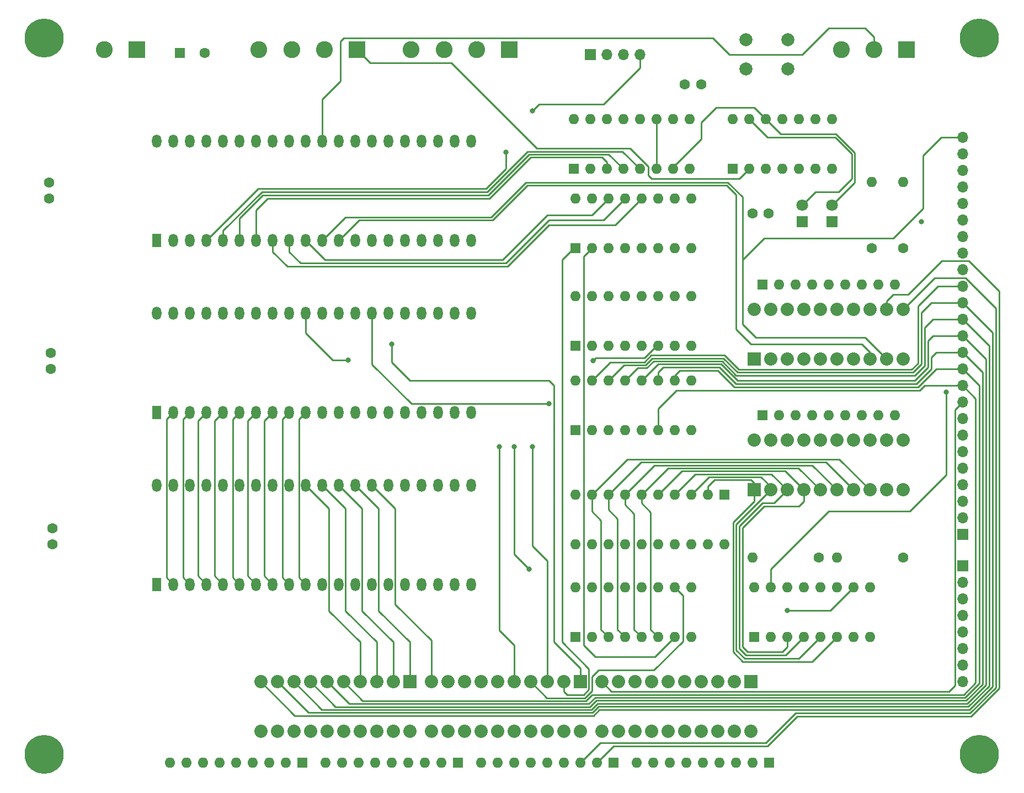
<source format=gbr>
%TF.GenerationSoftware,KiCad,Pcbnew,(5.1.9-0-10_14)*%
%TF.CreationDate,2021-06-20T20:55:53-04:00*%
%TF.ProjectId,control,636f6e74-726f-46c2-9e6b-696361645f70,rev?*%
%TF.SameCoordinates,Original*%
%TF.FileFunction,Copper,L2,Inr*%
%TF.FilePolarity,Positive*%
%FSLAX46Y46*%
G04 Gerber Fmt 4.6, Leading zero omitted, Abs format (unit mm)*
G04 Created by KiCad (PCBNEW (5.1.9-0-10_14)) date 2021-06-20 20:55:53*
%MOMM*%
%LPD*%
G01*
G04 APERTURE LIST*
%TA.AperFunction,ComponentPad*%
%ADD10C,1.600000*%
%TD*%
%TA.AperFunction,ComponentPad*%
%ADD11C,2.600000*%
%TD*%
%TA.AperFunction,ComponentPad*%
%ADD12R,2.600000X2.600000*%
%TD*%
%TA.AperFunction,ComponentPad*%
%ADD13O,1.700000X1.700000*%
%TD*%
%TA.AperFunction,ComponentPad*%
%ADD14R,1.700000X1.700000*%
%TD*%
%TA.AperFunction,ComponentPad*%
%ADD15C,6.000000*%
%TD*%
%TA.AperFunction,ComponentPad*%
%ADD16C,0.800000*%
%TD*%
%TA.AperFunction,ComponentPad*%
%ADD17C,2.032000*%
%TD*%
%TA.AperFunction,ComponentPad*%
%ADD18R,2.032000X2.032000*%
%TD*%
%TA.AperFunction,ComponentPad*%
%ADD19R,1.600000X1.600000*%
%TD*%
%TA.AperFunction,ComponentPad*%
%ADD20O,1.600000X1.600000*%
%TD*%
%TA.AperFunction,ComponentPad*%
%ADD21C,2.000000*%
%TD*%
%TA.AperFunction,ComponentPad*%
%ADD22O,1.440000X2.000000*%
%TD*%
%TA.AperFunction,ComponentPad*%
%ADD23R,1.440000X2.000000*%
%TD*%
%TA.AperFunction,ComponentPad*%
%ADD24C,1.800000*%
%TD*%
%TA.AperFunction,ComponentPad*%
%ADD25R,1.800000X1.800000*%
%TD*%
%TA.AperFunction,ViaPad*%
%ADD26C,0.800000*%
%TD*%
%TA.AperFunction,Conductor*%
%ADD27C,0.250000*%
%TD*%
G04 APERTURE END LIST*
D10*
%TO.N,GND*%
%TO.C,C6*%
X123668400Y-42824600D03*
%TO.N,VCC*%
X126168400Y-42824600D03*
%TD*%
%TO.N,GND*%
%TO.C,C2*%
X136542400Y-62636600D03*
%TO.N,VCC*%
X134042400Y-62636600D03*
%TD*%
D11*
%TO.N,SET_CLOCK_FREQ*%
%TO.C,J5*%
X147664400Y-37490600D03*
%TO.N,HALT*%
X152664400Y-37490600D03*
D12*
%TO.N,CLOCK_IN*%
X157664400Y-37490600D03*
%TD*%
D13*
%TO.N,JUMP*%
%TO.C,J3*%
X166300400Y-50952600D03*
%TO.N,RAM_WRITE*%
X166300400Y-53492600D03*
%TO.N,TONE_OCTAVE_2*%
X166300400Y-56032600D03*
%TO.N,TONE_OCTAVE_1*%
X166300400Y-58572600D03*
%TO.N,ALU_S0*%
X166300400Y-61112600D03*
%TO.N,ALU_S1*%
X166300400Y-63652600D03*
%TO.N,ALU_S2*%
X166300400Y-66192600D03*
%TO.N,ALU_S3*%
X166300400Y-68732600D03*
%TO.N,ALU_MODE*%
X166300400Y-71272600D03*
%TO.N,A_REGISTER_OUT*%
X166300400Y-73812600D03*
%TO.N,SCRATCH_REGISTER_OUT*%
X166300400Y-76352600D03*
%TO.N,RAM_OUT*%
X166300400Y-78892600D03*
%TO.N,INSTRUCTION_REG_OUT*%
X166300400Y-81432600D03*
%TO.N,PROGRAM_COUNTER_OUT*%
X166300400Y-83972600D03*
%TO.N,ALU_OUT*%
X166300400Y-86512600D03*
%TO.N,OUT_MUX_EN*%
X166300400Y-89052600D03*
%TO.N,A_REGISTER_IN*%
X166300400Y-91592600D03*
%TO.N,B_REGISTER_IN*%
X166300400Y-94132600D03*
%TO.N,SCRATCH_REGISTER_IN*%
X166300400Y-96672600D03*
%TO.N,MAR1_IN*%
X166300400Y-99212600D03*
%TO.N,MAR2_IN*%
X166300400Y-101752600D03*
%TO.N,RAM_IN*%
X166300400Y-104292600D03*
%TO.N,OUTPUT_REGISTER_IN*%
X166300400Y-106832600D03*
%TO.N,TONE_REGISTER_IN*%
X166300400Y-109372600D03*
D14*
%TO.N,IN_MUX_EN*%
X166300400Y-111912600D03*
%TD*%
D15*
%TO.N,N/C*%
%TO.C,REF\u002A\u002A*%
X25330400Y-35712600D03*
D16*
X27580400Y-35712600D03*
X26921390Y-37303590D03*
X25330400Y-37962600D03*
X23739410Y-37303590D03*
X23080400Y-35712600D03*
X23739410Y-34121610D03*
X25330400Y-33462600D03*
X26921390Y-34121610D03*
%TD*%
%TO.N,N/C*%
%TO.C,REF\u002A\u002A*%
X26921390Y-144103610D03*
X25330400Y-143444600D03*
X23739410Y-144103610D03*
X23080400Y-145694600D03*
X23739410Y-147285590D03*
X25330400Y-147944600D03*
X26921390Y-147285590D03*
X27580400Y-145694600D03*
D15*
X25330400Y-145694600D03*
%TD*%
%TO.N,N/C*%
%TO.C,REF\u002A\u002A*%
X168840400Y-145694600D03*
D16*
X171090400Y-145694600D03*
X170431390Y-147285590D03*
X168840400Y-147944600D03*
X167249410Y-147285590D03*
X166590400Y-145694600D03*
X167249410Y-144103610D03*
X168840400Y-143444600D03*
X170431390Y-144103610D03*
%TD*%
%TO.N,N/C*%
%TO.C,REF\u002A\u002A*%
X170431390Y-34121610D03*
X168840400Y-33462600D03*
X167249410Y-34121610D03*
X166590400Y-35712600D03*
X167249410Y-37303590D03*
X168840400Y-37962600D03*
X170431390Y-37303590D03*
X171090400Y-35712600D03*
D15*
X168840400Y-35712600D03*
%TD*%
D17*
%TO.N,Net-(BAR4-Pad20)*%
%TO.C,BAR4*%
X134296400Y-77368600D03*
%TO.N,Net-(BAR4-Pad19)*%
X136836400Y-77368600D03*
%TO.N,Net-(BAR4-Pad18)*%
X139376400Y-77368600D03*
%TO.N,Net-(BAR4-Pad17)*%
X141916400Y-77368600D03*
%TO.N,JUMP*%
X154616400Y-84988600D03*
%TO.N,Net-(BAR4-Pad10)*%
X157156400Y-84988600D03*
%TO.N,Net-(BAR4-Pad11)*%
X157156400Y-77368600D03*
%TO.N,Net-(BAR4-Pad12)*%
X154616400Y-77368600D03*
%TO.N,SET_CLOCK_FREQ*%
X152076400Y-84988600D03*
%TO.N,STEP1*%
X149536400Y-84988600D03*
%TO.N,STEP2*%
X146996400Y-84988600D03*
%TO.N,STEP3*%
X144456400Y-84988600D03*
%TO.N,Net-(BAR4-Pad16)*%
X144456400Y-77368600D03*
%TO.N,Net-(BAR4-Pad15)*%
X146996400Y-77368600D03*
%TO.N,Net-(BAR4-Pad14)*%
X149536400Y-77368600D03*
%TO.N,Net-(BAR4-Pad13)*%
X152076400Y-77368600D03*
%TO.N,FLAG1*%
X141916400Y-84988600D03*
%TO.N,FLAG2*%
X139376400Y-84988600D03*
%TO.N,FLAG3*%
X136836400Y-84988600D03*
D18*
%TO.N,FLAG4*%
X134296400Y-84988600D03*
%TD*%
D10*
%TO.N,GND*%
%TO.C,C5*%
X49958400Y-37998600D03*
D19*
%TO.N,VCC*%
X46158400Y-37998600D03*
%TD*%
D20*
%TO.N,VCC*%
%TO.C,U8*%
X106864400Y-75336600D03*
%TO.N,GND*%
X124644400Y-82956600D03*
%TO.N,TONE_REGISTER_IN*%
X109404400Y-75336600D03*
%TO.N,A_REGISTER_IN*%
X122104400Y-82956600D03*
%TO.N,RAM_IN*%
X111944400Y-75336600D03*
%TO.N,IN_MUX_EN*%
X119564400Y-82956600D03*
%TO.N,MAR2_IN*%
X114484400Y-75336600D03*
%TO.N,GND*%
X117024400Y-82956600D03*
%TO.N,MAR1_IN*%
X117024400Y-75336600D03*
%TO.N,GND*%
X114484400Y-82956600D03*
%TO.N,OUTPUT_REGISTER_IN*%
X119564400Y-75336600D03*
%TO.N,IN_MUX_02*%
X111944400Y-82956600D03*
%TO.N,SCRATCH_REGISTER_IN*%
X122104400Y-75336600D03*
%TO.N,IN_MUX_01*%
X109404400Y-82956600D03*
%TO.N,B_REGISTER_IN*%
X124644400Y-75336600D03*
D19*
%TO.N,IN_MUX_00*%
X106864400Y-82956600D03*
%TD*%
D20*
%TO.N,VCC*%
%TO.C,U7*%
X130994400Y-48158600D03*
%TO.N,GND*%
X146234400Y-55778600D03*
%TO.N,CLOCK_IN*%
X133534400Y-48158600D03*
%TO.N,N/C*%
X143694400Y-55778600D03*
%TO.N,CLOCK*%
X136074400Y-48158600D03*
%TO.N,N/C*%
X141154400Y-55778600D03*
X138614400Y-48158600D03*
X138614400Y-55778600D03*
X141154400Y-48158600D03*
X136074400Y-55778600D03*
X143694400Y-48158600D03*
%TO.N,Net-(J4-Pad1)*%
X133534400Y-55778600D03*
%TO.N,N/C*%
X146234400Y-48158600D03*
D19*
%TO.N,MASTER_RESET*%
X130994400Y-55778600D03*
%TD*%
D20*
%TO.N,VCC*%
%TO.C,U6*%
X106864400Y-88290600D03*
%TO.N,GND*%
X124644400Y-95910600D03*
%TO.N,A_REGISTER_OUT*%
X109404400Y-88290600D03*
%TO.N,Net-(U6-Pad7)*%
X122104400Y-95910600D03*
%TO.N,SCRATCH_REGISTER_OUT*%
X111944400Y-88290600D03*
%TO.N,OUT_MUX_EN*%
X119564400Y-95910600D03*
%TO.N,RAM_OUT*%
X114484400Y-88290600D03*
%TO.N,GND*%
X117024400Y-95910600D03*
%TO.N,INSTRUCTION_REG_OUT*%
X117024400Y-88290600D03*
%TO.N,GND*%
X114484400Y-95910600D03*
%TO.N,PROGRAM_COUNTER_OUT*%
X119564400Y-88290600D03*
%TO.N,OUT_MUX_02*%
X111944400Y-95910600D03*
%TO.N,ALU_OUT*%
X122104400Y-88290600D03*
%TO.N,OUT_MUX_01*%
X109404400Y-95910600D03*
%TO.N,Net-(U6-Pad9)*%
X124644400Y-88290600D03*
D19*
%TO.N,OUT_MUX_00*%
X106864400Y-95910600D03*
%TD*%
D20*
%TO.N,VCC*%
%TO.C,U5*%
X106864400Y-120040600D03*
%TO.N,GND*%
X124644400Y-127660600D03*
%TO.N,MASTER_RESET*%
X109404400Y-120040600D03*
%TO.N,CLOCK*%
X122104400Y-127660600D03*
%TO.N,BUS_00*%
X111944400Y-120040600D03*
%TO.N,INST3*%
X119564400Y-127660600D03*
%TO.N,BUS_01*%
X114484400Y-120040600D03*
%TO.N,INST2*%
X117024400Y-127660600D03*
%TO.N,BUS_02*%
X117024400Y-120040600D03*
%TO.N,INST1*%
X114484400Y-127660600D03*
%TO.N,BUS_03*%
X119564400Y-120040600D03*
%TO.N,INST0*%
X111944400Y-127660600D03*
%TO.N,INSTRUCTION_REG_IN*%
X122104400Y-120040600D03*
%TO.N,GND*%
X109404400Y-127660600D03*
%TO.N,INSTRUCTION_REG_IN*%
X124644400Y-120040600D03*
D19*
%TO.N,GND*%
X106864400Y-127660600D03*
%TD*%
D20*
%TO.N,VCC*%
%TO.C,U4*%
X134296400Y-120040600D03*
%TO.N,GND*%
X152076400Y-127660600D03*
%TO.N,MASTER_RESET*%
X136836400Y-120040600D03*
%TO.N,CLOCK*%
X149536400Y-127660600D03*
%TO.N,BUS_04*%
X139376400Y-120040600D03*
%TO.N,INST7*%
X146996400Y-127660600D03*
%TO.N,BUS_05*%
X141916400Y-120040600D03*
%TO.N,INST6*%
X144456400Y-127660600D03*
%TO.N,BUS_06*%
X144456400Y-120040600D03*
%TO.N,INST5*%
X141916400Y-127660600D03*
%TO.N,BUS_07*%
X146996400Y-120040600D03*
%TO.N,INST4*%
X139376400Y-127660600D03*
%TO.N,INSTRUCTION_REG_IN*%
X149536400Y-120040600D03*
%TO.N,GND*%
X136836400Y-127660600D03*
%TO.N,INSTRUCTION_REG_IN*%
X152076400Y-120040600D03*
D19*
%TO.N,GND*%
X134296400Y-127660600D03*
%TD*%
D20*
%TO.N,VCC*%
%TO.C,U3*%
X129724400Y-113436600D03*
%TO.N,GND*%
X106864400Y-105816600D03*
%TO.N,INSTRUCTION_REG_OUT*%
X127184400Y-113436600D03*
%TO.N,INST0*%
X109404400Y-105816600D03*
%TO.N,BUS_07*%
X124644400Y-113436600D03*
%TO.N,INST1*%
X111944400Y-105816600D03*
%TO.N,BUS_06*%
X122104400Y-113436600D03*
%TO.N,INST2*%
X114484400Y-105816600D03*
%TO.N,BUS_05*%
X119564400Y-113436600D03*
%TO.N,INST3*%
X117024400Y-105816600D03*
%TO.N,BUS_04*%
X117024400Y-113436600D03*
%TO.N,INST4*%
X119564400Y-105816600D03*
%TO.N,BUS_03*%
X114484400Y-113436600D03*
%TO.N,INST5*%
X122104400Y-105816600D03*
%TO.N,BUS_02*%
X111944400Y-113436600D03*
%TO.N,INST6*%
X124644400Y-105816600D03*
%TO.N,BUS_01*%
X109404400Y-113436600D03*
%TO.N,INST7*%
X127184400Y-105816600D03*
%TO.N,BUS_00*%
X106864400Y-113436600D03*
D19*
%TO.N,VCC*%
X129724400Y-105816600D03*
%TD*%
D20*
%TO.N,VCC*%
%TO.C,U2*%
X106610400Y-48158600D03*
%TO.N,GND*%
X124390400Y-55778600D03*
%TO.N,MASTER_RESET*%
X109150400Y-48158600D03*
%TO.N,CLOCK*%
X121850400Y-55778600D03*
%TO.N,CF*%
X111690400Y-48158600D03*
%TO.N,FLAG4*%
X119310400Y-55778600D03*
%TO.N,GT*%
X114230400Y-48158600D03*
%TO.N,FLAG3*%
X116770400Y-55778600D03*
%TO.N,EQ*%
X116770400Y-48158600D03*
%TO.N,FLAG2*%
X114230400Y-55778600D03*
%TO.N,FLAG4*%
X119310400Y-48158600D03*
%TO.N,FLAG1*%
X111690400Y-55778600D03*
%TO.N,FLAG_IN*%
X121850400Y-48158600D03*
%TO.N,GND*%
X109150400Y-55778600D03*
%TO.N,FLAG_IN*%
X124390400Y-48158600D03*
D19*
%TO.N,GND*%
X106610400Y-55778600D03*
%TD*%
D20*
%TO.N,VCC*%
%TO.C,U1*%
X106864400Y-60350600D03*
%TO.N,GND*%
X124644400Y-67970600D03*
%TO.N,Net-(U1-Pad15)*%
X109404400Y-60350600D03*
%TO.N,GND*%
X122104400Y-67970600D03*
%TO.N,STEP1*%
X111944400Y-60350600D03*
%TO.N,Net-(U1-Pad6)*%
X119564400Y-67970600D03*
%TO.N,STEP2*%
X114484400Y-60350600D03*
%TO.N,Net-(U1-Pad5)*%
X117024400Y-67970600D03*
%TO.N,STEP3*%
X117024400Y-60350600D03*
%TO.N,Net-(U1-Pad4)*%
X114484400Y-67970600D03*
%TO.N,Net-(U1-Pad11)*%
X119564400Y-60350600D03*
%TO.N,Net-(U1-Pad3)*%
X111944400Y-67970600D03*
%TO.N,GND*%
X122104400Y-60350600D03*
%TO.N,CLOCK*%
X109404400Y-67970600D03*
%TO.N,VCC*%
X124644400Y-60350600D03*
D19*
%TO.N,STEP_RESET*%
X106864400Y-67970600D03*
%TD*%
D21*
%TO.N,MASTER_RESET*%
%TO.C,SW6*%
X139526400Y-35966600D03*
%TO.N,VCC*%
X139526400Y-40466600D03*
%TO.N,MASTER_RESET*%
X133026400Y-35966600D03*
%TO.N,VCC*%
X133026400Y-40466600D03*
%TD*%
D20*
%TO.N,Net-(BAR3-Pad15)*%
%TO.C,RN17*%
X92386400Y-146964600D03*
%TO.N,Net-(BAR3-Pad16)*%
X94926400Y-146964600D03*
%TO.N,Net-(BAR3-Pad17)*%
X97466400Y-146964600D03*
%TO.N,Net-(BAR3-Pad18)*%
X100006400Y-146964600D03*
%TO.N,Net-(BAR3-Pad19)*%
X102546400Y-146964600D03*
%TO.N,Net-(BAR3-Pad20)*%
X105086400Y-146964600D03*
%TO.N,Net-(BAR4-Pad11)*%
X107626400Y-146964600D03*
%TO.N,Net-(BAR4-Pad12)*%
X110166400Y-146964600D03*
D19*
%TO.N,GND*%
X112706400Y-146964600D03*
%TD*%
D20*
%TO.N,Net-(BAR2-Pad17)*%
%TO.C,RN16*%
X68510400Y-146964600D03*
%TO.N,Net-(BAR2-Pad18)*%
X71050400Y-146964600D03*
%TO.N,Net-(BAR2-Pad19)*%
X73590400Y-146964600D03*
%TO.N,Net-(BAR2-Pad20)*%
X76130400Y-146964600D03*
%TO.N,Net-(BAR3-Pad11)*%
X78670400Y-146964600D03*
%TO.N,Net-(BAR3-Pad12)*%
X81210400Y-146964600D03*
%TO.N,Net-(BAR3-Pad13)*%
X83750400Y-146964600D03*
%TO.N,Net-(BAR3-Pad14)*%
X86290400Y-146964600D03*
D19*
%TO.N,GND*%
X88830400Y-146964600D03*
%TD*%
D20*
%TO.N,Net-(BAR1-Pad19)*%
%TO.C,RN15*%
X44634400Y-146964600D03*
%TO.N,Net-(BAR1-Pad20)*%
X47174400Y-146964600D03*
%TO.N,Net-(BAR2-Pad11)*%
X49714400Y-146964600D03*
%TO.N,Net-(BAR2-Pad12)*%
X52254400Y-146964600D03*
%TO.N,Net-(BAR2-Pad13)*%
X54794400Y-146964600D03*
%TO.N,Net-(BAR2-Pad14)*%
X57334400Y-146964600D03*
%TO.N,Net-(BAR2-Pad15)*%
X59874400Y-146964600D03*
%TO.N,Net-(BAR2-Pad16)*%
X62414400Y-146964600D03*
D19*
%TO.N,GND*%
X64954400Y-146964600D03*
%TD*%
D20*
%TO.N,Net-(BAR1-Pad11)*%
%TO.C,RN14*%
X116262400Y-146964600D03*
%TO.N,Net-(BAR1-Pad12)*%
X118802400Y-146964600D03*
%TO.N,Net-(BAR1-Pad13)*%
X121342400Y-146964600D03*
%TO.N,Net-(BAR1-Pad14)*%
X123882400Y-146964600D03*
%TO.N,Net-(BAR1-Pad15)*%
X126422400Y-146964600D03*
%TO.N,Net-(BAR1-Pad16)*%
X128962400Y-146964600D03*
%TO.N,Net-(BAR1-Pad17)*%
X131502400Y-146964600D03*
%TO.N,Net-(BAR1-Pad18)*%
X134042400Y-146964600D03*
D19*
%TO.N,GND*%
X136582400Y-146964600D03*
%TD*%
D20*
%TO.N,Net-(BAR5-Pad11)*%
%TO.C,RN2*%
X155886400Y-93624600D03*
%TO.N,Net-(BAR5-Pad12)*%
X153346400Y-93624600D03*
%TO.N,Net-(BAR5-Pad13)*%
X150806400Y-93624600D03*
%TO.N,Net-(BAR5-Pad14)*%
X148266400Y-93624600D03*
%TO.N,Net-(BAR5-Pad15)*%
X145726400Y-93624600D03*
%TO.N,Net-(BAR5-Pad16)*%
X143186400Y-93624600D03*
%TO.N,Net-(BAR5-Pad17)*%
X140646400Y-93624600D03*
%TO.N,Net-(BAR5-Pad18)*%
X138106400Y-93624600D03*
D19*
%TO.N,GND*%
X135566400Y-93624600D03*
%TD*%
D20*
%TO.N,Net-(BAR4-Pad13)*%
%TO.C,RN1*%
X155886400Y-73558600D03*
%TO.N,Net-(BAR4-Pad14)*%
X153346400Y-73558600D03*
%TO.N,Net-(BAR4-Pad15)*%
X150806400Y-73558600D03*
%TO.N,Net-(BAR4-Pad16)*%
X148266400Y-73558600D03*
%TO.N,Net-(BAR4-Pad17)*%
X145726400Y-73558600D03*
%TO.N,Net-(BAR4-Pad18)*%
X143186400Y-73558600D03*
%TO.N,Net-(BAR4-Pad19)*%
X140646400Y-73558600D03*
%TO.N,Net-(BAR4-Pad20)*%
X138106400Y-73558600D03*
D19*
%TO.N,GND*%
X135566400Y-73558600D03*
%TD*%
D20*
%TO.N,Net-(D2-Pad1)*%
%TO.C,R4*%
X157205400Y-57810600D03*
D10*
%TO.N,GND*%
X157205400Y-67970600D03*
%TD*%
D20*
%TO.N,Net-(D1-Pad1)*%
%TO.C,R3*%
X152330400Y-57810600D03*
D10*
%TO.N,GND*%
X152330400Y-67970600D03*
%TD*%
D20*
%TO.N,GND*%
%TO.C,R2*%
X134042400Y-115468600D03*
D10*
%TO.N,Net-(BAR5-Pad20)*%
X144202400Y-115468600D03*
%TD*%
D20*
%TO.N,GND*%
%TO.C,R1*%
X146996400Y-115468600D03*
D10*
%TO.N,Net-(BAR5-Pad19)*%
X157156400Y-115468600D03*
%TD*%
D11*
%TO.N,VCC*%
%TO.C,J50*%
X34554400Y-37490600D03*
D12*
%TO.N,GND*%
X39554400Y-37490600D03*
%TD*%
D13*
%TO.N,FLAG4*%
%TO.C,J12*%
X116770400Y-38252600D03*
%TO.N,EQ*%
X114230400Y-38252600D03*
%TO.N,GT*%
X111690400Y-38252600D03*
D14*
%TO.N,CF*%
X109150400Y-38252600D03*
%TD*%
D13*
%TO.N,BUS_00*%
%TO.C,J8*%
X166300400Y-134518600D03*
%TO.N,BUS_01*%
X166300400Y-131978600D03*
%TO.N,BUS_02*%
X166300400Y-129438600D03*
%TO.N,BUS_03*%
X166300400Y-126898600D03*
%TO.N,BUS_04*%
X166300400Y-124358600D03*
%TO.N,BUS_05*%
X166300400Y-121818600D03*
%TO.N,BUS_06*%
X166300400Y-119278600D03*
D14*
%TO.N,BUS_07*%
X166300400Y-116738600D03*
%TD*%
D11*
%TO.N,Net-(J4-Pad1)*%
%TO.C,J4*%
X58336400Y-37490600D03*
X63336400Y-37490600D03*
X68336400Y-37490600D03*
D12*
X73336400Y-37490600D03*
%TD*%
D11*
%TO.N,MASTER_RESET*%
%TO.C,J2*%
X81704400Y-37490600D03*
X86704400Y-37490600D03*
X91704400Y-37490600D03*
D12*
X96704400Y-37490600D03*
%TD*%
D22*
%TO.N,*%
%TO.C,EEPROM4*%
X90897400Y-51536600D03*
X90897400Y-66776600D03*
X88357400Y-51536600D03*
X88357400Y-66776600D03*
X85817400Y-51536600D03*
X85817400Y-66776600D03*
X83277400Y-51536600D03*
X83277400Y-66776600D03*
X80737400Y-51536600D03*
X80737400Y-66776600D03*
X78197400Y-51536600D03*
X78197400Y-66776600D03*
%TO.N,STEP_RESET*%
X75657400Y-51536600D03*
%TO.N,GND*%
X75657400Y-66776600D03*
%TO.N,PROGRAM_COUNTER_ENABLE*%
X73117400Y-51536600D03*
%TO.N,FLAG_IN*%
X73117400Y-66776600D03*
%TO.N,INSTRUCTION_REG_IN*%
X70577400Y-51536600D03*
%TO.N,SET_CLOCK_FREQ*%
X70577400Y-66776600D03*
%TO.N,HALT*%
X68037400Y-51536600D03*
%TO.N,JUMP*%
X68037400Y-66776600D03*
%TO.N,MASTER_RESET*%
X65497400Y-51536600D03*
%TO.N,STEP1*%
X65497400Y-66776600D03*
%TO.N,GND*%
X62957400Y-51536600D03*
%TO.N,STEP2*%
X62957400Y-66776600D03*
%TO.N,INST3*%
X60417400Y-51536600D03*
%TO.N,STEP3*%
X60417400Y-66776600D03*
%TO.N,GND*%
X57877400Y-51536600D03*
%TO.N,FLAG1*%
X57877400Y-66776600D03*
%TO.N,INST4*%
X55337400Y-51536600D03*
%TO.N,FLAG2*%
X55337400Y-66776600D03*
%TO.N,INST2*%
X52797400Y-51536600D03*
%TO.N,FLAG3*%
X52797400Y-66776600D03*
%TO.N,INST1*%
X50257400Y-51536600D03*
%TO.N,FLAG4*%
X50257400Y-66776600D03*
%TO.N,INST6*%
X47717400Y-51536600D03*
%TO.N,INST0*%
X47717400Y-66776600D03*
%TO.N,VCC*%
X45177400Y-51536600D03*
%TO.N,INST5*%
X45177400Y-66776600D03*
%TO.N,VCC*%
X42637400Y-51536600D03*
D23*
%TO.N,INST7*%
X42637400Y-66776600D03*
%TD*%
D22*
%TO.N,*%
%TO.C,EEPROM2*%
X90897400Y-77936600D03*
X90897400Y-93176600D03*
X88357400Y-77936600D03*
X88357400Y-93176600D03*
X85817400Y-77936600D03*
X85817400Y-93176600D03*
X83277400Y-77936600D03*
X83277400Y-93176600D03*
X80737400Y-77936600D03*
X80737400Y-93176600D03*
X78197400Y-77936600D03*
X78197400Y-93176600D03*
%TO.N,OUT_MUX_EN*%
X75657400Y-77936600D03*
%TO.N,GND*%
X75657400Y-93176600D03*
%TO.N,IN_MUX_00*%
X73117400Y-77936600D03*
%TO.N,OUT_MUX_02*%
X73117400Y-93176600D03*
%TO.N,IN_MUX_01*%
X70577400Y-77936600D03*
%TO.N,OUT_MUX_01*%
X70577400Y-93176600D03*
%TO.N,IN_MUX_02*%
X68037400Y-77936600D03*
%TO.N,OUT_MUX_00*%
X68037400Y-93176600D03*
%TO.N,IN_MUX_EN*%
X65497400Y-77936600D03*
%TO.N,STEP1*%
X65497400Y-93176600D03*
%TO.N,GND*%
X62957400Y-77936600D03*
%TO.N,STEP2*%
X62957400Y-93176600D03*
%TO.N,INST3*%
X60417400Y-77936600D03*
%TO.N,STEP3*%
X60417400Y-93176600D03*
%TO.N,GND*%
X57877400Y-77936600D03*
%TO.N,FLAG1*%
X57877400Y-93176600D03*
%TO.N,INST4*%
X55337400Y-77936600D03*
%TO.N,FLAG2*%
X55337400Y-93176600D03*
%TO.N,INST2*%
X52797400Y-77936600D03*
%TO.N,FLAG3*%
X52797400Y-93176600D03*
%TO.N,INST1*%
X50257400Y-77936600D03*
%TO.N,FLAG4*%
X50257400Y-93176600D03*
%TO.N,INST6*%
X47717400Y-77936600D03*
%TO.N,INST0*%
X47717400Y-93176600D03*
%TO.N,VCC*%
X45177400Y-77936600D03*
%TO.N,INST5*%
X45177400Y-93176600D03*
%TO.N,VCC*%
X42637400Y-77936600D03*
D23*
%TO.N,INST7*%
X42637400Y-93176600D03*
%TD*%
D22*
%TO.N,*%
%TO.C,EEPROM1*%
X90897400Y-104336600D03*
X90897400Y-119576600D03*
X88357400Y-104336600D03*
X88357400Y-119576600D03*
X85817400Y-104336600D03*
X85817400Y-119576600D03*
X83277400Y-104336600D03*
X83277400Y-119576600D03*
X80737400Y-104336600D03*
X80737400Y-119576600D03*
X78197400Y-104336600D03*
X78197400Y-119576600D03*
%TO.N,ALU_S1*%
X75657400Y-104336600D03*
%TO.N,GND*%
X75657400Y-119576600D03*
%TO.N,ALU_S0*%
X73117400Y-104336600D03*
%TO.N,ALU_S2*%
X73117400Y-119576600D03*
%TO.N,TONE_OCTAVE_1*%
X70577400Y-104336600D03*
%TO.N,ALU_S3*%
X70577400Y-119576600D03*
%TO.N,TONE_OCTAVE_2*%
X68037400Y-104336600D03*
%TO.N,ALU_MODE*%
X68037400Y-119576600D03*
%TO.N,RAM_WRITE*%
X65497400Y-104336600D03*
%TO.N,STEP1*%
X65497400Y-119576600D03*
%TO.N,GND*%
X62957400Y-104336600D03*
%TO.N,STEP2*%
X62957400Y-119576600D03*
%TO.N,INST3*%
X60417400Y-104336600D03*
%TO.N,STEP3*%
X60417400Y-119576600D03*
%TO.N,GND*%
X57877400Y-104336600D03*
%TO.N,FLAG1*%
X57877400Y-119576600D03*
%TO.N,INST4*%
X55337400Y-104336600D03*
%TO.N,FLAG2*%
X55337400Y-119576600D03*
%TO.N,INST2*%
X52797400Y-104336600D03*
%TO.N,FLAG3*%
X52797400Y-119576600D03*
%TO.N,INST1*%
X50257400Y-104336600D03*
%TO.N,FLAG4*%
X50257400Y-119576600D03*
%TO.N,INST6*%
X47717400Y-104336600D03*
%TO.N,INST0*%
X47717400Y-119576600D03*
%TO.N,VCC*%
X45177400Y-104336600D03*
%TO.N,INST5*%
X45177400Y-119576600D03*
%TO.N,VCC*%
X42637400Y-104336600D03*
D23*
%TO.N,INST7*%
X42637400Y-119576600D03*
%TD*%
D24*
%TO.N,CLOCK*%
%TO.C,D2*%
X146234400Y-61366600D03*
D25*
%TO.N,Net-(D2-Pad1)*%
X146234400Y-63906600D03*
%TD*%
D24*
%TO.N,CLOCK_IN*%
%TO.C,D1*%
X141662400Y-61366600D03*
D25*
%TO.N,Net-(D1-Pad1)*%
X141662400Y-63906600D03*
%TD*%
D10*
%TO.N,GND*%
%TO.C,C4*%
X26600400Y-110936600D03*
%TO.N,VCC*%
X26600400Y-113436600D03*
%TD*%
%TO.N,GND*%
%TO.C,C3*%
X26346400Y-84012600D03*
%TO.N,VCC*%
X26346400Y-86512600D03*
%TD*%
%TO.N,GND*%
%TO.C,C1*%
X26092400Y-57850600D03*
%TO.N,VCC*%
X26092400Y-60350600D03*
%TD*%
D17*
%TO.N,Net-(BAR5-Pad20)*%
%TO.C,BAR5*%
X134296400Y-97434600D03*
%TO.N,Net-(BAR5-Pad19)*%
X136836400Y-97434600D03*
%TO.N,Net-(BAR5-Pad18)*%
X139376400Y-97434600D03*
%TO.N,Net-(BAR5-Pad17)*%
X141916400Y-97434600D03*
%TO.N,Net-(BAR5-Pad9)*%
X154616400Y-105054600D03*
%TO.N,Net-(BAR5-Pad10)*%
X157156400Y-105054600D03*
%TO.N,Net-(BAR5-Pad11)*%
X157156400Y-97434600D03*
%TO.N,Net-(BAR5-Pad12)*%
X154616400Y-97434600D03*
%TO.N,INST0*%
X152076400Y-105054600D03*
%TO.N,INST1*%
X149536400Y-105054600D03*
%TO.N,INST2*%
X146996400Y-105054600D03*
%TO.N,INST3*%
X144456400Y-105054600D03*
%TO.N,Net-(BAR5-Pad16)*%
X144456400Y-97434600D03*
%TO.N,Net-(BAR5-Pad15)*%
X146996400Y-97434600D03*
%TO.N,Net-(BAR5-Pad14)*%
X149536400Y-97434600D03*
%TO.N,Net-(BAR5-Pad13)*%
X152076400Y-97434600D03*
%TO.N,INST4*%
X141916400Y-105054600D03*
%TO.N,INST5*%
X139376400Y-105054600D03*
%TO.N,INST6*%
X136836400Y-105054600D03*
D18*
%TO.N,INST7*%
X134296400Y-105054600D03*
%TD*%
D17*
%TO.N,Net-(BAR3-Pad20)*%
%TO.C,BAR3*%
X107626400Y-142138600D03*
%TO.N,Net-(BAR3-Pad19)*%
X105086400Y-142138600D03*
%TO.N,Net-(BAR3-Pad18)*%
X102546400Y-142138600D03*
%TO.N,Net-(BAR3-Pad17)*%
X100006400Y-142138600D03*
%TO.N,ALU_S2*%
X87306400Y-134518600D03*
%TO.N,ALU_S1*%
X84766400Y-134518600D03*
%TO.N,Net-(BAR3-Pad11)*%
X84766400Y-142138600D03*
%TO.N,Net-(BAR3-Pad12)*%
X87306400Y-142138600D03*
%TO.N,ALU_S3*%
X89846400Y-134518600D03*
%TO.N,ALU_MODE*%
X92386400Y-134518600D03*
%TO.N,MASTER_RESET*%
X94926400Y-134518600D03*
%TO.N,HALT*%
X97466400Y-134518600D03*
%TO.N,Net-(BAR3-Pad16)*%
X97466400Y-142138600D03*
%TO.N,Net-(BAR3-Pad15)*%
X94926400Y-142138600D03*
%TO.N,Net-(BAR3-Pad14)*%
X92386400Y-142138600D03*
%TO.N,Net-(BAR3-Pad13)*%
X89846400Y-142138600D03*
%TO.N,INSTRUCTION_REG_IN*%
X100006400Y-134518600D03*
%TO.N,PROGRAM_COUNTER_ENABLE*%
X102546400Y-134518600D03*
%TO.N,STEP_RESET*%
X105086400Y-134518600D03*
D18*
%TO.N,FLAG_IN*%
X107626400Y-134518600D03*
%TD*%
D17*
%TO.N,Net-(BAR2-Pad20)*%
%TO.C,BAR2*%
X81464400Y-142138600D03*
%TO.N,Net-(BAR2-Pad19)*%
X78924400Y-142138600D03*
%TO.N,Net-(BAR2-Pad18)*%
X76384400Y-142138600D03*
%TO.N,Net-(BAR2-Pad17)*%
X73844400Y-142138600D03*
%TO.N,RAM_OUT*%
X61144400Y-134518600D03*
%TO.N,SCRATCH_REGISTER_OUT*%
X58604400Y-134518600D03*
%TO.N,Net-(BAR2-Pad11)*%
X58604400Y-142138600D03*
%TO.N,Net-(BAR2-Pad12)*%
X61144400Y-142138600D03*
%TO.N,INSTRUCTION_REG_OUT*%
X63684400Y-134518600D03*
%TO.N,PROGRAM_COUNTER_OUT*%
X66224400Y-134518600D03*
%TO.N,ALU_OUT*%
X68764400Y-134518600D03*
%TO.N,OUT_MUX_EN*%
X71304400Y-134518600D03*
%TO.N,Net-(BAR2-Pad16)*%
X71304400Y-142138600D03*
%TO.N,Net-(BAR2-Pad15)*%
X68764400Y-142138600D03*
%TO.N,Net-(BAR2-Pad14)*%
X66224400Y-142138600D03*
%TO.N,Net-(BAR2-Pad13)*%
X63684400Y-142138600D03*
%TO.N,RAM_WRITE*%
X73844400Y-134518600D03*
%TO.N,TONE_OCTAVE_2*%
X76384400Y-134518600D03*
%TO.N,TONE_OCTAVE_1*%
X78924400Y-134518600D03*
D18*
%TO.N,ALU_S0*%
X81464400Y-134518600D03*
%TD*%
D17*
%TO.N,Net-(BAR1-Pad20)*%
%TO.C,BAR1*%
X133788400Y-142138600D03*
%TO.N,Net-(BAR1-Pad19)*%
X131248400Y-142138600D03*
%TO.N,Net-(BAR1-Pad18)*%
X128708400Y-142138600D03*
%TO.N,Net-(BAR1-Pad17)*%
X126168400Y-142138600D03*
%TO.N,B_REGISTER_IN*%
X113468400Y-134518600D03*
%TO.N,A_REGISTER_IN*%
X110928400Y-134518600D03*
%TO.N,Net-(BAR1-Pad11)*%
X110928400Y-142138600D03*
%TO.N,Net-(BAR1-Pad12)*%
X113468400Y-142138600D03*
%TO.N,SCRATCH_REGISTER_IN*%
X116008400Y-134518600D03*
%TO.N,MAR1_IN*%
X118548400Y-134518600D03*
%TO.N,MAR2_IN*%
X121088400Y-134518600D03*
%TO.N,RAM_IN*%
X123628400Y-134518600D03*
%TO.N,Net-(BAR1-Pad16)*%
X123628400Y-142138600D03*
%TO.N,Net-(BAR1-Pad15)*%
X121088400Y-142138600D03*
%TO.N,Net-(BAR1-Pad14)*%
X118548400Y-142138600D03*
%TO.N,Net-(BAR1-Pad13)*%
X116008400Y-142138600D03*
%TO.N,OUTPUT_REGISTER_IN*%
X126168400Y-134518600D03*
%TO.N,TONE_REGISTER_IN*%
X128708400Y-134518600D03*
%TO.N,IN_MUX_EN*%
X131248400Y-134518600D03*
D18*
%TO.N,A_REGISTER_OUT*%
X133788400Y-134518600D03*
%TD*%
D26*
%TO.N,FLAG4*%
X100260400Y-46888600D03*
X96196400Y-53238600D03*
%TO.N,INSTRUCTION_REG_IN*%
X97466400Y-98450600D03*
X99752400Y-117246600D03*
X139376400Y-123596600D03*
%TO.N,FLAG_IN*%
X78670400Y-82702600D03*
%TO.N,PROGRAM_COUNTER_ENABLE*%
X100260400Y-98450600D03*
%TO.N,MASTER_RESET*%
X163760400Y-90068600D03*
X159950400Y-63906600D03*
%TO.N,HALT*%
X95180400Y-98450600D03*
%TO.N,IN_MUX_EN*%
X109585814Y-85205610D03*
X71993814Y-85127888D03*
%TO.N,OUT_MUX_EN*%
X102837390Y-91846600D03*
%TD*%
D27*
%TO.N,FLAG4*%
X119310400Y-48158600D02*
X119310400Y-55778600D01*
X50257400Y-119576600D02*
X48952400Y-118271600D01*
X48952400Y-94481600D02*
X50257400Y-93176600D01*
X48952400Y-118271600D02*
X48952400Y-94481600D01*
X116770400Y-38252600D02*
X116770400Y-40284600D01*
X116770400Y-40284600D02*
X111182400Y-45872600D01*
X101276400Y-45872600D02*
X100260400Y-46888600D01*
X111182400Y-45872600D02*
X101276400Y-45872600D01*
X58207400Y-58826600D02*
X50257400Y-66776600D01*
X96196400Y-55778600D02*
X93148400Y-58826600D01*
X96196400Y-53238600D02*
X96196400Y-55778600D01*
X93148400Y-58826600D02*
X58207400Y-58826600D01*
%TO.N,CLOCK*%
X149732411Y-57868589D02*
X149732411Y-53306200D01*
X146234400Y-61366600D02*
X149732411Y-57868589D01*
X149732411Y-53306200D02*
X146870811Y-50444600D01*
X146870811Y-50444600D02*
X138360400Y-50444600D01*
X138360400Y-50444600D02*
X136074400Y-48158600D01*
X126168400Y-51206600D02*
X121850400Y-55524600D01*
X128454400Y-46380600D02*
X126168400Y-48666600D01*
X126168400Y-48666600D02*
X126168400Y-51206600D01*
X134296400Y-46380600D02*
X128454400Y-46380600D01*
X121850400Y-55524600D02*
X121850400Y-55778600D01*
X136074400Y-48158600D02*
X134296400Y-46380600D01*
X119056400Y-130708600D02*
X122104400Y-127660600D01*
X108134400Y-128930600D02*
X109912400Y-130708600D01*
X109912400Y-130708600D02*
X119056400Y-130708600D01*
X108134400Y-69240600D02*
X108134400Y-128930600D01*
X109404400Y-67970600D02*
X108134400Y-69240600D01*
%TO.N,STEP_RESET*%
X105594400Y-136550600D02*
X105086400Y-136042600D01*
X105086400Y-136042600D02*
X105086400Y-134518600D01*
X108134400Y-136550600D02*
X105594400Y-136550600D01*
X104832400Y-128422600D02*
X108967401Y-132557601D01*
X108967401Y-135717599D02*
X108134400Y-136550600D01*
X104832400Y-69748600D02*
X104832400Y-128422600D01*
X108967401Y-132557601D02*
X108967401Y-135717599D01*
X106610400Y-67970600D02*
X104832400Y-69748600D01*
X106864400Y-67970600D02*
X106610400Y-67970600D01*
%TO.N,INSTRUCTION_REG_OUT*%
X117030042Y-88290600D02*
X117024400Y-88290600D01*
X131756400Y-88290600D02*
X129216400Y-85750600D01*
X119570042Y-85750600D02*
X117030042Y-88290600D01*
X160966400Y-82194600D02*
X160966400Y-86258600D01*
X161728400Y-81432600D02*
X160966400Y-82194600D01*
X129216400Y-85750600D02*
X119570042Y-85750600D01*
X158934400Y-88290600D02*
X131756400Y-88290600D01*
X166300400Y-81432600D02*
X161728400Y-81432600D01*
X160966400Y-86258600D02*
X158934400Y-88290600D01*
X169856400Y-84988600D02*
X169856400Y-135020958D01*
X109320400Y-138800655D02*
X67966455Y-138800655D01*
X167034715Y-137842642D02*
X110278413Y-137842642D01*
X166300400Y-81432600D02*
X169856400Y-84988600D01*
X169856400Y-135020958D02*
X167034715Y-137842642D01*
X67966455Y-138800655D02*
X63684400Y-134518600D01*
X110278413Y-137842642D02*
X109320400Y-138800655D01*
%TO.N,INSTRUCTION_REG_IN*%
X97466400Y-98450600D02*
X97466400Y-114960600D01*
X97466400Y-114960600D02*
X99752400Y-117246600D01*
X122104400Y-120040600D02*
X123374400Y-121310600D01*
X123374400Y-128297011D02*
X118930811Y-132740600D01*
X110420400Y-132740600D02*
X109417412Y-133743588D01*
X109417412Y-133743588D02*
X109417412Y-135903998D01*
X109417412Y-135903998D02*
X108320800Y-137000611D01*
X102488411Y-137000611D02*
X100006400Y-134518600D01*
X118930811Y-132740600D02*
X110420400Y-132740600D01*
X123374400Y-121310600D02*
X123374400Y-128297011D01*
X108320800Y-137000611D02*
X102488411Y-137000611D01*
X149536400Y-120040600D02*
X145980400Y-123596600D01*
X145980400Y-123596600D02*
X139376400Y-123596600D01*
%TO.N,FLAG_IN*%
X107626400Y-132486600D02*
X107626400Y-134518600D01*
X103562400Y-128422600D02*
X107626400Y-132486600D01*
X102800400Y-88290600D02*
X103562400Y-89052600D01*
X81464400Y-88290600D02*
X102800400Y-88290600D01*
X78670400Y-82702600D02*
X78670400Y-85496600D01*
X103562400Y-89052600D02*
X103562400Y-128422600D01*
X78670400Y-85496600D02*
X81464400Y-88290600D01*
%TO.N,PROGRAM_COUNTER_ENABLE*%
X100260400Y-98450600D02*
X100260400Y-113690600D01*
X102546400Y-115976600D02*
X102546400Y-134518600D01*
X100260400Y-113690600D02*
X102546400Y-115976600D01*
%TO.N,PROGRAM_COUNTER_OUT*%
X119564400Y-87020600D02*
X119564400Y-88290600D01*
X128962400Y-86258600D02*
X120326400Y-86258600D01*
X159188400Y-88798600D02*
X131502400Y-88798600D01*
X161474400Y-86512600D02*
X159188400Y-88798600D01*
X161474400Y-84734600D02*
X161474400Y-86512600D01*
X162236400Y-83972600D02*
X161474400Y-84734600D01*
X120326400Y-86258600D02*
X119564400Y-87020600D01*
X131502400Y-88798600D02*
X128962400Y-86258600D01*
X166300400Y-83972600D02*
X162236400Y-83972600D01*
X169348400Y-134892547D02*
X166848315Y-137392631D01*
X70056444Y-138350644D02*
X66224400Y-134518600D01*
X166300400Y-83972600D02*
X169348400Y-87020600D01*
X169348400Y-87020600D02*
X169348400Y-134892547D01*
X166848315Y-137392631D02*
X110092013Y-137392631D01*
X110092013Y-137392631D02*
X109134000Y-138350644D01*
X109134000Y-138350644D02*
X70056444Y-138350644D01*
%TO.N,ALU_S0*%
X76702410Y-107921610D02*
X76702410Y-123660610D01*
X73117400Y-104336600D02*
X76702410Y-107921610D01*
X81464400Y-128422600D02*
X81464400Y-134518600D01*
X76702410Y-123660610D02*
X81464400Y-128422600D01*
%TO.N,ALU_S1*%
X79242410Y-107921610D02*
X79242410Y-122644610D01*
X75657400Y-104336600D02*
X79242410Y-107921610D01*
X84766400Y-128168600D02*
X84766400Y-134518600D01*
X79242410Y-122644610D02*
X84766400Y-128168600D01*
%TO.N,ALU_OUT*%
X122104400Y-87528600D02*
X122104400Y-88290600D01*
X122866400Y-86766600D02*
X122104400Y-87528600D01*
X131248400Y-89306600D02*
X128708400Y-86766600D01*
X159442400Y-89306600D02*
X131248400Y-89306600D01*
X162236400Y-86512600D02*
X159442400Y-89306600D01*
X128708400Y-86766600D02*
X122866400Y-86766600D01*
X166300400Y-86512600D02*
X162236400Y-86512600D01*
X166300400Y-86512600D02*
X168840400Y-89052600D01*
X168840400Y-134764136D02*
X166661915Y-136942620D01*
X72146433Y-137900633D02*
X68764400Y-134518600D01*
X108947600Y-137900633D02*
X72146433Y-137900633D01*
X168840400Y-89052600D02*
X168840400Y-134764136D01*
X109905613Y-136942620D02*
X108947600Y-137900633D01*
X166661915Y-136942620D02*
X109905613Y-136942620D01*
%TO.N,TONE_OCTAVE_2*%
X71622410Y-107921610D02*
X71622410Y-123660610D01*
X68037400Y-104336600D02*
X71622410Y-107921610D01*
X76384400Y-128422600D02*
X76384400Y-134518600D01*
X71622410Y-123660610D02*
X76384400Y-128422600D01*
%TO.N,TONE_OCTAVE_1*%
X74162410Y-107921610D02*
X74162410Y-123660610D01*
X70577400Y-104336600D02*
X74162410Y-107921610D01*
X78924400Y-128422600D02*
X78924400Y-134518600D01*
X74162410Y-123660610D02*
X78924400Y-128422600D01*
%TO.N,RAM_WRITE*%
X69082410Y-107921610D02*
X69082410Y-123660610D01*
X65497400Y-104336600D02*
X69082410Y-107921610D01*
X73844400Y-128422600D02*
X73844400Y-134518600D01*
X69082410Y-123660610D02*
X73844400Y-128422600D01*
%TO.N,RAM_OUT*%
X160458400Y-80162600D02*
X160458400Y-86004600D01*
X160458400Y-86004600D02*
X158992391Y-87470609D01*
X166300400Y-78892600D02*
X161728400Y-78892600D01*
X117837600Y-86338633D02*
X116436367Y-86338633D01*
X161728400Y-78892600D02*
X160458400Y-80162600D01*
X158992391Y-87470609D02*
X131572817Y-87470609D01*
X129402800Y-85300589D02*
X118875644Y-85300589D01*
X118875644Y-85300589D02*
X117837600Y-86338633D01*
X131572817Y-87470609D02*
X129402800Y-85300589D01*
X116436367Y-86338633D02*
X114484400Y-88290600D01*
X170364400Y-135149369D02*
X167185169Y-138328600D01*
X65876466Y-139250666D02*
X61144400Y-134518600D01*
X167185169Y-138328600D02*
X110428866Y-138328600D01*
X166300400Y-78892600D02*
X170364400Y-82956600D01*
X170364400Y-82956600D02*
X170364400Y-135149369D01*
X109506800Y-139250666D02*
X65876466Y-139250666D01*
X110428866Y-138328600D02*
X109506800Y-139250666D01*
%TO.N,SCRATCH_REGISTER_OUT*%
X117651200Y-85888622D02*
X114346378Y-85888622D01*
X161474400Y-76352600D02*
X159950400Y-77876600D01*
X159950400Y-77876600D02*
X159950400Y-85750600D01*
X166300400Y-76352600D02*
X161474400Y-76352600D01*
X158680400Y-87020600D02*
X131759219Y-87020600D01*
X159950400Y-85750600D02*
X158680400Y-87020600D01*
X129589200Y-84850578D02*
X118689244Y-84850578D01*
X114346378Y-85888622D02*
X111944400Y-88290600D01*
X131759219Y-87020600D02*
X129589200Y-84850578D01*
X118689244Y-84850578D02*
X117651200Y-85888622D01*
X63786477Y-139700677D02*
X58604400Y-134518600D01*
X109693200Y-139700677D02*
X63786477Y-139700677D01*
X167313580Y-138836600D02*
X110557277Y-138836600D01*
X170872400Y-135277780D02*
X167313580Y-138836600D01*
X166300400Y-76352600D02*
X170872400Y-80924600D01*
X110557277Y-138836600D02*
X109693200Y-139700677D01*
X170872400Y-80924600D02*
X170872400Y-135277780D01*
%TO.N,A_REGISTER_OUT*%
X159442400Y-85622190D02*
X158493999Y-86570591D01*
X166300400Y-73812600D02*
X162490400Y-73812600D01*
X129775600Y-84400567D02*
X118502843Y-84400567D01*
X162490400Y-73812600D02*
X159442400Y-76860600D01*
X159442400Y-76860600D02*
X159442400Y-85622190D01*
X131945621Y-86570591D02*
X129775600Y-84400567D01*
X118502843Y-84400567D02*
X117464800Y-85438611D01*
X117464800Y-85438611D02*
X112256389Y-85438611D01*
X158493999Y-86570591D02*
X131945621Y-86570591D01*
X112256389Y-85438611D02*
X109404400Y-88290600D01*
%TO.N,A_REGISTER_IN*%
X165125399Y-92767601D02*
X165125399Y-135082601D01*
X165125399Y-135082601D02*
X164187444Y-136020556D01*
X166300400Y-91592600D02*
X165125399Y-92767601D01*
X164187444Y-136020556D02*
X112430356Y-136020556D01*
X112430356Y-136020556D02*
X110928400Y-134518600D01*
%TO.N,INST0*%
X110819399Y-126535599D02*
X110819399Y-109771599D01*
X111944400Y-127660600D02*
X110819399Y-126535599D01*
X109404400Y-108356600D02*
X109404400Y-105816600D01*
X110819399Y-109771599D02*
X109404400Y-108356600D01*
X147402323Y-100380523D02*
X152076400Y-105054600D01*
X114840477Y-100380523D02*
X147402323Y-100380523D01*
X109404400Y-105816600D02*
X114840477Y-100380523D01*
X46672390Y-94221610D02*
X47717400Y-93176600D01*
X46672390Y-118531590D02*
X46672390Y-94221610D01*
X47717400Y-119576600D02*
X46672390Y-118531590D01*
%TO.N,INST1*%
X113359399Y-126535599D02*
X113359399Y-109517599D01*
X114484400Y-127660600D02*
X113359399Y-126535599D01*
X111944400Y-108102600D02*
X111944400Y-105816600D01*
X113359399Y-109517599D02*
X111944400Y-108102600D01*
X149536400Y-105054600D02*
X145312334Y-100830534D01*
X116930466Y-100830534D02*
X111944400Y-105816600D01*
X145312334Y-100830534D02*
X116930466Y-100830534D01*
%TO.N,INST2*%
X115899399Y-126535599D02*
X115899399Y-108755599D01*
X117024400Y-127660600D02*
X115899399Y-126535599D01*
X114484400Y-107340600D02*
X114484400Y-105816600D01*
X115899399Y-108755599D02*
X114484400Y-107340600D01*
X143222345Y-101280545D02*
X146996400Y-105054600D01*
X114484400Y-105816600D02*
X119020455Y-101280545D01*
X119020455Y-101280545D02*
X143222345Y-101280545D01*
%TO.N,INST3*%
X118439399Y-126535599D02*
X118439399Y-108501599D01*
X119564400Y-127660600D02*
X118439399Y-126535599D01*
X117024400Y-107086600D02*
X117024400Y-105816600D01*
X118439399Y-108501599D02*
X117024400Y-107086600D01*
X144456400Y-105054600D02*
X141132356Y-101730556D01*
X121110444Y-101730556D02*
X117024400Y-105816600D01*
X141132356Y-101730556D02*
X121110444Y-101730556D01*
%TO.N,INST4*%
X141916400Y-106832600D02*
X141916400Y-105054600D01*
X141154400Y-107594600D02*
X141916400Y-106832600D01*
X135820400Y-107594600D02*
X141154400Y-107594600D01*
X132518400Y-129184600D02*
X132518400Y-110896600D01*
X139376400Y-129184600D02*
X138614400Y-129946600D01*
X139376400Y-127660600D02*
X139376400Y-129184600D01*
X132518400Y-110896600D02*
X135820400Y-107594600D01*
X138614400Y-129946600D02*
X133280400Y-129946600D01*
X133280400Y-129946600D02*
X132518400Y-129184600D01*
X139042367Y-102180567D02*
X141916400Y-105054600D01*
X123200433Y-102180567D02*
X139042367Y-102180567D01*
X119564400Y-105816600D02*
X123200433Y-102180567D01*
%TO.N,INST5*%
X135566400Y-107086600D02*
X137344400Y-107086600D01*
X132010400Y-110642600D02*
X135566400Y-107086600D01*
X137344400Y-107086600D02*
X139376400Y-105054600D01*
X132010400Y-129438600D02*
X132010400Y-110642600D01*
X133026400Y-130454600D02*
X132010400Y-129438600D01*
X139122400Y-130454600D02*
X133026400Y-130454600D01*
X141916400Y-127660600D02*
X139122400Y-130454600D01*
X122104400Y-105816600D02*
X125290422Y-102630578D01*
X136952378Y-102630578D02*
X139376400Y-105054600D01*
X125290422Y-102630578D02*
X136952378Y-102630578D01*
X44132390Y-94221610D02*
X45177400Y-93176600D01*
X44132390Y-118531590D02*
X44132390Y-94221610D01*
X45177400Y-119576600D02*
X44132390Y-118531590D01*
%TO.N,INST6*%
X132897990Y-130962600D02*
X131560391Y-129625001D01*
X141154400Y-130962600D02*
X132897990Y-130962600D01*
X131560391Y-129625001D02*
X131560391Y-110330609D01*
X131560391Y-110330609D02*
X136836400Y-105054600D01*
X144456400Y-127660600D02*
X141154400Y-130962600D01*
X135370389Y-103080589D02*
X136836400Y-104546600D01*
X136836400Y-104546600D02*
X136836400Y-105054600D01*
X127380411Y-103080589D02*
X135370389Y-103080589D01*
X124644400Y-105816600D02*
X127380411Y-103080589D01*
%TO.N,INST7*%
X134296400Y-106832600D02*
X134296400Y-105054600D01*
X131110380Y-129936991D02*
X131110380Y-110018620D01*
X146996400Y-127660600D02*
X143244389Y-131412611D01*
X132586000Y-131412611D02*
X131110380Y-129936991D01*
X143244389Y-131412611D02*
X132586000Y-131412611D01*
X131110380Y-110018620D02*
X134296400Y-106832600D01*
X134296400Y-104038600D02*
X134296400Y-105054600D01*
X127184400Y-104546600D02*
X128200400Y-103530600D01*
X133788400Y-103530600D02*
X134296400Y-104038600D01*
X128200400Y-103530600D02*
X133788400Y-103530600D01*
X127184400Y-105816600D02*
X127184400Y-104546600D01*
%TO.N,MASTER_RESET*%
X136836400Y-120040600D02*
X136836400Y-117246600D01*
X136836400Y-117246600D02*
X145726400Y-108356600D01*
X145726400Y-108356600D02*
X158172400Y-108356600D01*
X158172400Y-108356600D02*
X163760400Y-102768600D01*
X163760400Y-102768600D02*
X163760400Y-90068600D01*
%TO.N,HALT*%
X95180400Y-98450600D02*
X95180400Y-126644600D01*
X97466400Y-128930600D02*
X97466400Y-134518600D01*
X95180400Y-126644600D02*
X97466400Y-128930600D01*
X151902400Y-38252600D02*
X152664400Y-37490600D01*
X127946400Y-35712600D02*
X130486400Y-38252600D01*
X71304400Y-35712600D02*
X127946400Y-35712600D01*
X70796400Y-42316600D02*
X70796400Y-36220600D01*
X68037400Y-45075600D02*
X70796400Y-42316600D01*
X70796400Y-36220600D02*
X71304400Y-35712600D01*
X68037400Y-51536600D02*
X68037400Y-45075600D01*
X130486400Y-38252600D02*
X141662400Y-38252600D01*
X141662400Y-38252600D02*
X145726400Y-34188600D01*
X145726400Y-34188600D02*
X151314400Y-34188600D01*
X152664400Y-35538600D02*
X152664400Y-37490600D01*
X151314400Y-34188600D02*
X152664400Y-35538600D01*
%TO.N,STEP1*%
X64452390Y-94221610D02*
X65497400Y-93176600D01*
X64452390Y-118531590D02*
X64452390Y-94221610D01*
X65497400Y-119576600D02*
X64452390Y-118531590D01*
X111944400Y-60350600D02*
X109404400Y-62890600D01*
X109404400Y-62890600D02*
X102546400Y-62890600D01*
X102546400Y-62890600D02*
X95688400Y-69748600D01*
X68469400Y-69748600D02*
X65497400Y-66776600D01*
X95688400Y-69748600D02*
X68469400Y-69748600D01*
%TO.N,STEP2*%
X61912390Y-118531590D02*
X61912390Y-101504590D01*
X62957400Y-119576600D02*
X61912390Y-118531590D01*
X61912390Y-101504590D02*
X61906400Y-101498600D01*
X61906400Y-94227600D02*
X62957400Y-93176600D01*
X61906400Y-101498600D02*
X61906400Y-94227600D01*
X114484400Y-60350600D02*
X111182400Y-63652600D01*
X111182400Y-63652600D02*
X102800400Y-63652600D01*
X102800400Y-63652600D02*
X96196400Y-70256600D01*
X96196400Y-70256600D02*
X64700400Y-70256600D01*
X62957400Y-68513600D02*
X62957400Y-66776600D01*
X64700400Y-70256600D02*
X62957400Y-68513600D01*
%TO.N,STEP3*%
X60417400Y-119576600D02*
X59112400Y-118271600D01*
X59112400Y-94481600D02*
X60417400Y-93176600D01*
X59112400Y-118271600D02*
X59112400Y-94481600D01*
X117024400Y-60350600D02*
X112960400Y-64414600D01*
X112960400Y-64414600D02*
X102800400Y-64414600D01*
X102800400Y-64414600D02*
X96450400Y-70764600D01*
X96450400Y-70764600D02*
X62668400Y-70764600D01*
X60417400Y-68513600D02*
X60417400Y-66776600D01*
X62668400Y-70764600D02*
X60417400Y-68513600D01*
%TO.N,FLAG1*%
X57877400Y-119576600D02*
X56572400Y-118271600D01*
X56572400Y-94481600D02*
X57877400Y-93176600D01*
X56572400Y-118271600D02*
X56572400Y-94481600D01*
X57877400Y-66776600D02*
X57877400Y-62093600D01*
X57877400Y-62093600D02*
X59620400Y-60350600D01*
X59620400Y-60350600D02*
X93656400Y-60350600D01*
X93656400Y-60350600D02*
X100006400Y-54000600D01*
X100006400Y-54000600D02*
X110928400Y-54000600D01*
X111690400Y-54762600D02*
X111690400Y-55778600D01*
X110928400Y-54000600D02*
X111690400Y-54762600D01*
%TO.N,FLAG2*%
X54292390Y-118531590D02*
X54292390Y-94221610D01*
X54292390Y-94221610D02*
X55337400Y-93176600D01*
X55337400Y-119576600D02*
X54292390Y-118531590D01*
X55337400Y-63363600D02*
X58858400Y-59842600D01*
X55337400Y-66776600D02*
X55337400Y-63363600D01*
X93527989Y-59842600D02*
X99820000Y-53550589D01*
X112002389Y-53550589D02*
X114230400Y-55778600D01*
X58858400Y-59842600D02*
X93527989Y-59842600D01*
X99820000Y-53550589D02*
X112002389Y-53550589D01*
%TO.N,FLAG3*%
X52797400Y-119576600D02*
X51492400Y-118271600D01*
X51492400Y-94481600D02*
X52797400Y-93176600D01*
X51492400Y-118271600D02*
X51492400Y-94481600D01*
X93334800Y-59276611D02*
X99510833Y-53100578D01*
X99510833Y-53100578D02*
X114092378Y-53100578D01*
X52797400Y-66776600D02*
X52797400Y-65267189D01*
X52797400Y-65267189D02*
X58787978Y-59276611D01*
X58787978Y-59276611D02*
X93334800Y-59276611D01*
X114092378Y-53100578D02*
X116770400Y-55778600D01*
%TO.N,IN_MUX_EN*%
X119564400Y-82956600D02*
X119310400Y-82956600D01*
X117461389Y-84805611D02*
X109985813Y-84805611D01*
X109985813Y-84805611D02*
X109585814Y-85205610D01*
X119310400Y-82956600D02*
X117461389Y-84805611D01*
X65497400Y-80959600D02*
X69665688Y-85127888D01*
X65497400Y-77936600D02*
X65497400Y-80959600D01*
X69665688Y-85127888D02*
X71993814Y-85127888D01*
%TO.N,OUT_MUX_EN*%
X166300400Y-89052600D02*
X160458400Y-89052600D01*
X160458400Y-89052600D02*
X159696400Y-89814600D01*
X159696400Y-89814600D02*
X122358400Y-89814600D01*
X119564400Y-92608600D02*
X119564400Y-95910600D01*
X122358400Y-89814600D02*
X119564400Y-92608600D01*
X75657400Y-77936600D02*
X75657400Y-85785600D01*
X75657400Y-85785600D02*
X81718400Y-91846600D01*
X81718400Y-91846600D02*
X102837390Y-91846600D01*
X168297599Y-134670525D02*
X166475515Y-136492609D01*
X108507200Y-137450622D02*
X74236422Y-137450622D01*
X166475515Y-136492609D02*
X109465213Y-136492609D01*
X109465213Y-136492609D02*
X108507200Y-137450622D01*
X74236422Y-137450622D02*
X71304400Y-134518600D01*
X168297599Y-91049799D02*
X168297599Y-134670525D01*
X166300400Y-89052600D02*
X168297599Y-91049799D01*
%TO.N,JUMP*%
X132518400Y-79654600D02*
X134550400Y-81686600D01*
X130290389Y-57868589D02*
X132518400Y-60096600D01*
X151314400Y-81686600D02*
X154616400Y-84988600D01*
X93978000Y-63202589D02*
X99312000Y-57868589D01*
X134550400Y-81686600D02*
X151314400Y-81686600D01*
X99312000Y-57868589D02*
X130290389Y-57868589D01*
X71611411Y-63202589D02*
X93978000Y-63202589D01*
X68037400Y-66776600D02*
X71611411Y-63202589D01*
X135820400Y-66446600D02*
X132518400Y-69748600D01*
X160204400Y-53746600D02*
X160204400Y-61874600D01*
X162998400Y-50952600D02*
X160204400Y-53746600D01*
X155632400Y-66446600D02*
X135820400Y-66446600D01*
X166300400Y-50952600D02*
X162998400Y-50952600D01*
X132518400Y-69748600D02*
X132518400Y-79654600D01*
X160204400Y-61874600D02*
X155632400Y-66446600D01*
X132518400Y-60096600D02*
X132518400Y-69748600D01*
%TO.N,SET_CLOCK_FREQ*%
X152076400Y-83972600D02*
X152076400Y-84988600D01*
X150806400Y-82702600D02*
X152076400Y-83972600D01*
X133788400Y-82702600D02*
X150806400Y-82702600D01*
X131502400Y-80416600D02*
X133788400Y-82702600D01*
X130103990Y-58318600D02*
X131502400Y-59717010D01*
X73701400Y-63652600D02*
X94164400Y-63652600D01*
X99498400Y-58318600D02*
X130103990Y-58318600D01*
X131502400Y-59717010D02*
X131502400Y-80416600D01*
X94164400Y-63652600D02*
X99498400Y-58318600D01*
X70577400Y-66776600D02*
X73701400Y-63652600D01*
%TO.N,Net-(BAR4-Pad11)*%
X136074400Y-143916600D02*
X110674400Y-143916600D01*
X167441990Y-139344600D02*
X140646400Y-139344600D01*
X140646400Y-139344600D02*
X136074400Y-143916600D01*
X171380400Y-135406190D02*
X167441990Y-139344600D01*
X171380400Y-77153598D02*
X171380400Y-135406190D01*
X110674400Y-143916600D02*
X107626400Y-146964600D01*
X161982400Y-72542600D02*
X166769402Y-72542600D01*
X166769402Y-72542600D02*
X171380400Y-77153598D01*
X157156400Y-77368600D02*
X161982400Y-72542600D01*
%TO.N,Net-(BAR4-Pad12)*%
X112706400Y-144424600D02*
X110166400Y-146964600D01*
X140900400Y-139852600D02*
X136328400Y-144424600D01*
X167221401Y-69907601D02*
X171888400Y-74574600D01*
X157918400Y-75082600D02*
X163093399Y-69907601D01*
X163093399Y-69907601D02*
X167221401Y-69907601D01*
X155632400Y-75082600D02*
X157918400Y-75082600D01*
X167570400Y-139852600D02*
X140900400Y-139852600D01*
X171888400Y-135534600D02*
X167570400Y-139852600D01*
X154616400Y-76098600D02*
X155632400Y-75082600D01*
X136328400Y-144424600D02*
X112706400Y-144424600D01*
X171888400Y-74574600D02*
X171888400Y-135534600D01*
X154616400Y-77368600D02*
X154616400Y-76098600D01*
%TO.N,CLOCK_IN*%
X141662400Y-61366600D02*
X143694400Y-59334600D01*
X143694400Y-59334600D02*
X147250400Y-59334600D01*
X147250400Y-59334600D02*
X149282400Y-57302600D01*
X149282400Y-57302600D02*
X149282400Y-53492600D01*
X149282400Y-53492600D02*
X146742400Y-50952600D01*
X136328400Y-50952600D02*
X133534400Y-48158600D01*
X146742400Y-50952600D02*
X136328400Y-50952600D01*
%TO.N,Net-(J4-Pad1)*%
X133534400Y-55778600D02*
X132010400Y-57302600D01*
X118548400Y-57302600D02*
X118040400Y-56794600D01*
X118040400Y-55383598D02*
X115307369Y-52650567D01*
X75368400Y-39522600D02*
X73336400Y-37490600D01*
X118040400Y-56794600D02*
X118040400Y-55383598D01*
X115307369Y-52650567D02*
X100942367Y-52650567D01*
X100942367Y-52650567D02*
X87814400Y-39522600D01*
X132010400Y-57302600D02*
X118548400Y-57302600D01*
X87814400Y-39522600D02*
X75368400Y-39522600D01*
%TD*%
M02*

</source>
